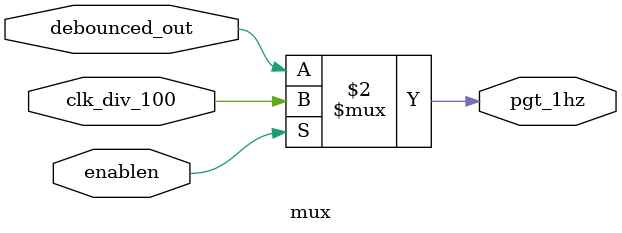
<source format=v>
module mux
  (input wire enablen,
   input wire clk_div_100,
   input wire debounced_out,
   output wire pgt_1hz);
  

  assign pgt_1hz = (!enablen ? debounced_out : clk_div_100);
  
endmodule

</source>
